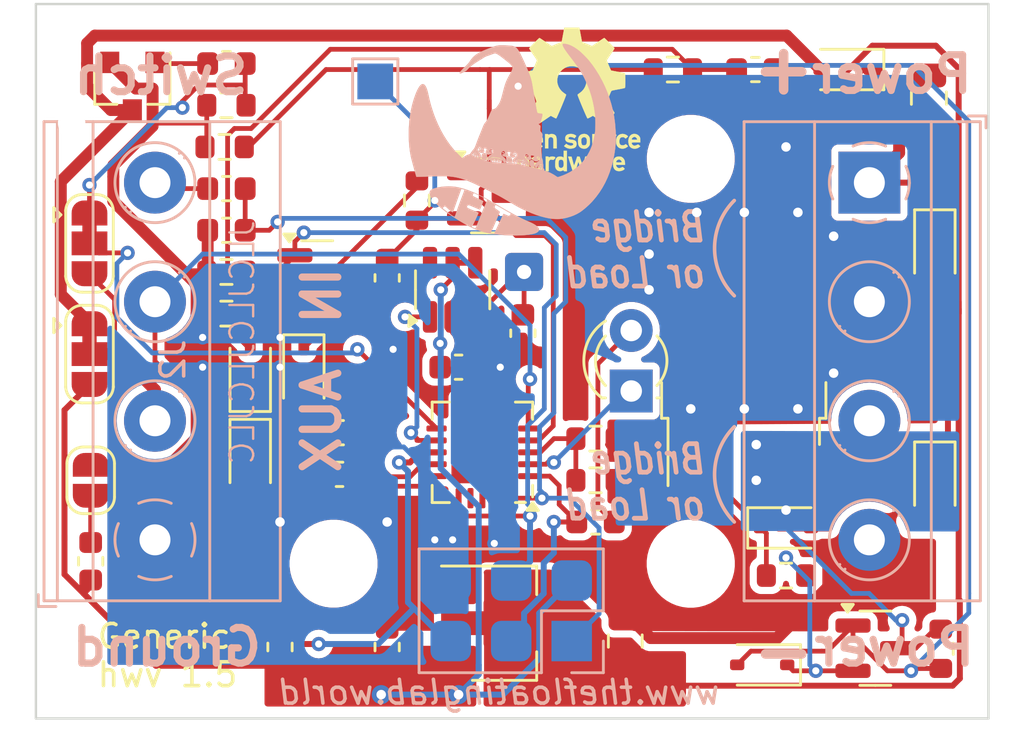
<source format=kicad_pcb>
(kicad_pcb
	(version 20240108)
	(generator "pcbnew")
	(generator_version "8.0")
	(general
		(thickness 1.6)
		(legacy_teardrops no)
	)
	(paper "A4")
	(layers
		(0 "F.Cu" signal)
		(31 "B.Cu" signal)
		(32 "B.Adhes" user "B.Adhesive")
		(33 "F.Adhes" user "F.Adhesive")
		(34 "B.Paste" user)
		(35 "F.Paste" user)
		(36 "B.SilkS" user "B.Silkscreen")
		(37 "F.SilkS" user "F.Silkscreen")
		(38 "B.Mask" user)
		(39 "F.Mask" user)
		(40 "Dwgs.User" user "User.Drawings")
		(41 "Cmts.User" user "User.Comments")
		(42 "Eco1.User" user "User.Eco1")
		(43 "Eco2.User" user "User.Eco2")
		(44 "Edge.Cuts" user)
		(45 "Margin" user)
		(46 "B.CrtYd" user "B.Courtyard")
		(47 "F.CrtYd" user "F.Courtyard")
		(48 "B.Fab" user)
		(49 "F.Fab" user)
	)
	(setup
		(stackup
			(layer "F.SilkS"
				(type "Top Silk Screen")
			)
			(layer "F.Paste"
				(type "Top Solder Paste")
			)
			(layer "F.Mask"
				(type "Top Solder Mask")
				(thickness 0.01)
			)
			(layer "F.Cu"
				(type "copper")
				(thickness 0.035)
			)
			(layer "dielectric 1"
				(type "core")
				(thickness 1.51)
				(material "FR4")
				(epsilon_r 4.5)
				(loss_tangent 0.02)
			)
			(layer "B.Cu"
				(type "copper")
				(thickness 0.035)
			)
			(layer "B.Mask"
				(type "Bottom Solder Mask")
				(thickness 0.01)
			)
			(layer "B.Paste"
				(type "Bottom Solder Paste")
			)
			(layer "B.SilkS"
				(type "Bottom Silk Screen")
			)
			(copper_finish "None")
			(dielectric_constraints no)
		)
		(pad_to_mask_clearance 0)
		(allow_soldermask_bridges_in_footprints no)
		(aux_axis_origin 91.5 105)
		(grid_origin 91.5 105)
		(pcbplotparams
			(layerselection 0x00010fc_ffffffff)
			(plot_on_all_layers_selection 0x0000000_00000000)
			(disableapertmacros no)
			(usegerberextensions yes)
			(usegerberattributes no)
			(usegerberadvancedattributes no)
			(creategerberjobfile no)
			(dashed_line_dash_ratio 12.000000)
			(dashed_line_gap_ratio 3.000000)
			(svgprecision 4)
			(plotframeref no)
			(viasonmask no)
			(mode 1)
			(useauxorigin no)
			(hpglpennumber 1)
			(hpglpenspeed 20)
			(hpglpendiameter 15.000000)
			(pdf_front_fp_property_popups yes)
			(pdf_back_fp_property_popups yes)
			(dxfpolygonmode yes)
			(dxfimperialunits yes)
			(dxfusepcbnewfont yes)
			(psnegative no)
			(psa4output no)
			(plotreference yes)
			(plotvalue yes)
			(plotfptext yes)
			(plotinvisibletext no)
			(sketchpadsonfab no)
			(subtractmaskfromsilk yes)
			(outputformat 1)
			(mirror no)
			(drillshape 0)
			(scaleselection 1)
			(outputdirectory "")
		)
	)
	(net 0 "")
	(net 1 "Net-(D12-A)")
	(net 2 "Net-(D10-A)")
	(net 3 "Net-(J3-Pin_3)")
	(net 4 "Net-(J3-Pin_1)")
	(net 5 "Net-(J3-Pin_5)")
	(net 6 "Net-(J3-Pin_2)")
	(net 7 "Net-(J3-Pin_4)")
	(net 8 "Net-(J2-Pin_4)")
	(net 9 "Net-(J2-Pin_3)")
	(net 10 "Net-(D11-A)")
	(net 11 "Net-(D1-A)")
	(net 12 "Net-(D12-K)")
	(net 13 "Net-(U3-VIN)")
	(net 14 "Net-(D4-A)")
	(net 15 "Net-(Q2-G)")
	(net 16 "Net-(JP2-B)")
	(net 17 "Net-(U1-PA2)")
	(net 18 "Net-(J4-Pin_1)")
	(net 19 "unconnected-(U4-Toggle-Pad6)")
	(net 20 "Net-(Q3-E)")
	(net 21 "Net-(Q3-C)")
	(net 22 "Net-(D3-K)")
	(net 23 "Net-(D5-A)")
	(net 24 "Net-(D6-K)")
	(net 25 "Net-(D5-K)")
	(net 26 "Net-(U1-PA1)")
	(net 27 "Net-(U1-XTAL2{slash}PB1)")
	(net 28 "unconnected-(U1-NC-Pad10)")
	(net 29 "unconnected-(U1-NC-Pad18)")
	(net 30 "Net-(U1-PA7)")
	(net 31 "unconnected-(U1-NC-Pad6)")
	(net 32 "unconnected-(U1-NC-Pad19)")
	(net 33 "Net-(U1-PB2)")
	(net 34 "unconnected-(U1-NC-Pad17)")
	(net 35 "unconnected-(U1-NC-Pad7)")
	(net 36 "Net-(D1-K)")
	(net 37 "Net-(D2-K)")
	(net 38 "Net-(D4-K)")
	(net 39 "Net-(J2-Pin_2)")
	(net 40 "Net-(JP3-A)")
	(net 41 "Net-(JP3-C)")
	(footprint "Capacitor_SMD:C_0805_2012Metric" (layer "F.Cu") (at 76.25 101.75 90))
	(footprint "Capacitor_SMD:C_0603_1608Metric" (layer "F.Cu") (at 66.25 102 90))
	(footprint "Package_TO_SOT_SMD:TO-252-2" (layer "F.Cu") (at 81.225 89.925 90))
	(footprint "Resistor_SMD:R_0603_1608Metric" (layer "F.Cu") (at 61.75 102 90))
	(footprint "Resistor_SMD:R_0603_1608Metric" (layer "F.Cu") (at 53.8 98.4 90))
	(footprint "Resistor_SMD:R_0603_1608Metric" (layer "F.Cu") (at 75 96.75))
	(footprint "Package_TO_SOT_SMD:SOT-89-3" (layer "F.Cu") (at 70.75 101))
	(footprint "MountingHole:MountingHole_3.2mm_M3_DIN965" (layer "F.Cu") (at 79 98.5 180))
	(footprint "MountingHole:MountingHole_3.2mm_M3_DIN965" (layer "F.Cu") (at 79 81.5 180))
	(footprint "MountingHole:MountingHole_3.2mm_M3_DIN965" (layer "F.Cu") (at 64 98.5 180))
	(footprint "MountingHole:MountingHole_3.2mm_M3_DIN965" (layer "F.Cu") (at 64 81.5 180))
	(footprint "Capacitor_SMD:C_0603_1608Metric" (layer "F.Cu") (at 59.5 84.5 180))
	(footprint "Resistor_SMD:R_0603_1608Metric" (layer "F.Cu") (at 81.7125 77.75))
	(footprint "Resistor_SMD:R_0603_1608Metric" (layer "F.Cu") (at 59.5 82.75))
	(footprint "LED_THT:LED_D3.0mm" (layer "F.Cu") (at 76.5 91.25 90))
	(footprint "Package_TO_SOT_SMD:SOT-23" (layer "F.Cu") (at 55.55 78.45 -90))
	(footprint "Resistor_SMD:R_0603_1608Metric" (layer "F.Cu") (at 59.5 77.5))
	(footprint "Diode_SMD:D_SOD-323" (layer "F.Cu") (at 82 102.75 180))
	(footprint "Resistor_SMD:R_0603_1608Metric" (layer "F.Cu") (at 75 95))
	(footprint "Mounting_Wuerth:Tooling hole" (layer "F.Cu") (at 90.25 76.25))
	(footprint "Mounting_Wuerth:Tooling hole" (layer "F.Cu") (at 53 80))
	(footprint "Resistor_SMD:R_0603_1608Metric" (layer "F.Cu") (at 59.5 86.25 180))
	(footprint "Resistor_SMD:R_0603_1608Metric" (layer "F.Cu") (at 89.5 102.075 90))
	(footprint "Diode_SMD:D_SOD-323" (layer "F.Cu") (at 85.5 77.75 180))
	(footprint "Package_TO_SOT_SMD:SOT-23" (layer "F.Cu") (at 63.3125 86.5))
	(footprint "Diode_SMD:D_SOD-323" (layer "F.Cu") (at 60.5 90.5 90))
	(footprint "Capacitor_SMD:C_0603_1608Metric" (layer "F.Cu") (at 64.275 93 180))
	(footprint "Diode_SMD:D_SOD-323" (layer "F.Cu") (at 89.25 95 -90))
	(footprint "Capacitor_SMD:C_0603_1608Metric" (layer "F.Cu") (at 64.25 94.75 180))
	(footprint "Capacitor_SMD:C_0805_2012Metric" (layer "F.Cu") (at 89 78.95 -90))
	(footprint "Jumper:SolderJumper-3_P1.3mm_Bridged12_RoundedPad1.0x1.5mm" (layer "F.Cu") (at 53.75 85.05 -90))
	(footprint "Capacitor_SMD:C_0603_1608Metric" (layer "F.Cu") (at 71.95 88.825 -90))
	(footprint "Capacitor_SMD:C_0603_1608Metric" (layer "F.Cu") (at 69.25 90.25))
	(footprint "Package_TO_SOT_SMD:SOT-23-6" (layer "F.Cu") (at 69 87 90))
	(footprint "Mounting_Wuerth:Tooling hole" (layer "F.Cu") (at 53 103.5))
	(footprint "Jumper:SolderJumper-3_P1.3mm_Bridged12_RoundedPad1.0x1.5mm" (layer "F.Cu") (at 53.75 89.7 -90))
	(footprint "Jumper:SolderJumper-2_P1.3mm_Open_RoundedPad1.0x1.5mm" (layer "F.Cu") (at 53.8 95 -90))
	(footprint "Resistor_SMD:R_0603_1608Metric" (layer "F.Cu") (at 67.5 83.25 -90))
	(footprint "Diode_SMD:D_SOD-323" (layer "F.Cu") (at 83 97))
	(footprint "Symbol:OSHW-Logo_5.7x6mm_SilkScreen"
		(layer "F.Cu")
		(uuid "92663bd1-15ef-4757-b23a-2f8b6c7d6d31")
		(at 74 79)
		(descr "Open Source Hardware Logo")
		(tags "Logo OSHW")
		(property "Reference" "REF**"
			(at 0 0 0)
			(layer "F.SilkS")
			(hide yes)
			(uuid "80db592a-2aee-4cfa-82cb-0ebd59b1333b")
			(effects
				(font
					(size 1 1)
					(thickness 0.15)
				)
			)
		)
		(property "Value" "OSHW-Logo_5.7x6mm_SilkScreen"
			(at 0.75 0 0)
			(layer "F.Fab")
			(hide yes)
			(uuid "ade8c28d-0d74-4ef5-bcfe-8111757fbfde")
			(effects
				(font
					(size 1 1)
					(thickness 0.15)
				)
			)
		)
		(property "Footprint" "Symbol:OSHW-Logo_5.7x6mm_SilkScreen"
			(at 0 0 0)
			(unlocked yes)
			(layer "F.Fab")
			(hide yes)
			(uuid "81420abc-84d5-40ba-a693-4dea55dd9453")
			(effects
				(font
					(size 1.27 1.27)
					(thickness 0.15)
				)
			)
		)
		(property "Datasheet" ""
			(at 0 0 0)
			(unlocked yes)
			(layer "F.Fab")
			(hide yes)
			(uuid "ecfbc3ee-c312-4478-bb85-2c59bc5f5305")
			(effects
				(font
					(size 1.27 1.27)
					(thickness 0.15)
				)
			)
		)
		(property "Description" ""
			(at 0 0 0)
			(unlocked yes)
			(layer "F.Fab")
			(hide yes)
			(uuid "e132fd42-facc-42b0-9aab-7c195e6a08d9")
			(effects
				(font
					(size 1.27 1.27)
					(thickness 0.15)
				)
			)
		)
		(attr exclude_from_pos_files exclude_from_bom)
		(fp_poly
			(pts
				(xy 1.79946 1.45803) (xy 1.842711 1.471245) (xy 1.870558 1.487941) (xy 1.879629 1.501145) (xy 1.877132 1.516797)
				(xy 1.860931 1.541385) (xy 1.847232 1.5588) (xy 1.818992 1.590283) (xy 1.797775 1.603529) (xy 1.779688 1.602664)
				(xy 1.726035 1.58901) (xy 1.68663 1.58963) (xy 1.654632 1.605104) (xy 1.64389 1.614161) (xy 1.609505 1.646027)
				(xy 1.609505 2.062179) (xy 1.471188 2.062179) (xy 1.471188 1.458614) (xy 1.540347 1.458614) (xy 1.581869 1.460256)
				(xy 1.603291 1.466087) (xy 1.609502 1.477461) (xy 1.609505 1.477798) (xy 1.612439 1.489713) (xy 1.625704 1.488159)
				(xy 1.644084 1.479563) (xy 1.682046 1.463568) (xy 1.712872 1.453945) (xy 1.752536 1.451478) (xy 1.79946 1.45803)
			)
			(stroke
				(width 0.01)
				(type solid)
			)
			(fill solid)
			(layer "F.SilkS")
			(uuid "8e36c753-9fdd-430e-9239-2c27d8d71fc2")
		)
		(fp_poly
			(pts
				(xy 1.635255 2.401486) (xy 1.683595 2.411015) (xy 1.711114 2.425125) (xy 1.740064 2.448568) (xy 1.698876 2.500571)
				(xy 1.673482 2.532064) (xy 1.656238 2.547428) (xy 1.639102 2.549776) (xy 1.614027 2.542217) (xy 1.602257 2.537941)
				(xy 1.55427 2.531631) (xy 1.510324 2.545156) (xy 1.47806 2.57571) (xy 1.472819 2.585452) (xy 1.467112 2.611258)
				(xy 1.462706 2.658817) (xy 1.459811 2.724758) (xy 1.458631 2.80571) (xy 1.458614 2.817226) (xy 1.458614 3.017822)
				(xy 1.320297 3.017822) (xy 1.320297 2.401683) (xy 1.389456 2.401683) (xy 1.429333 2.402725) (xy 1.450107 2.407358)
				(xy 1.457789 2.417849) (xy 1.458614 2.427745) (xy 1.458614 2.453806) (xy 1.491745 2.427745) (xy 1.529735 2.409965)
				(xy 1.58077 2.401174) (xy 1.635255 2.401486)
			)
			(stroke
				(width 0.01)
				(type solid)
			)
			(fill solid)
			(layer "F.SilkS")
			(uuid "c3a8f45c-7713-4051-bb49-3ac791e60f66")
		)
		(fp_poly
			(pts
				(xy -0.993356 2.40302) (xy -0.974539 2.40866) (xy -0.968473 2.421053) (xy -0.968218 2.426647) (xy -0.967129 2.44223)
				(xy -0.959632 2.444676) (xy -0.939381 2.433993) (xy -0.927351 2.426694) (xy -0.8894 2.411063) (xy -0.844072 2.403334)
				(xy -0.796544 2.40274) (xy -0.751995 2.408513) (xy -0.715602 2.419884) (xy -0.692543 2.436088) (xy -0.687996 2.456355)
				(xy -0.690291 2.461843) (xy -0.70702 2.484626) (xy -0.732963 2.512647) (xy -0.737655 2.517177) (xy -0.762383 2.538005)
				(xy -0.783718 2.544735) (xy -0.813555 2.540038) (xy -0.825508 2.536917) (xy -0.862705 2.529421)
				(xy -0.888859 2.532792) (xy -0.910946 2.544681) (xy -0.931178 2.560635) (xy -0.946079 2.5807) (xy -0.956434 2.608702)
				(xy -0.963029 2.648467) (xy -0.966649 2.703823) (xy -0.968078 2.778594) (xy -0.968218 2.82374) (xy -0.968218 3.017822)
				(xy -1.09396 3.017822) (xy -1.09396 2.401683) (xy -1.031089 2.401683) (xy -0.993356 2.40302)
			)
			(stroke
				(width 0.01)
				(type solid)
			)
			(fill solid)
			(layer "F.SilkS")
			(uuid "3297a1e2-b9ea-48a6-9a8d-8f82c97677ec")
		)
		(fp_poly
			(pts
				(xy 0.993367 1.654342) (xy 0.994555 1.746563) (xy 0.998897 1.81661) (xy 1.007558 1.867381) (xy 1.021704 1.901772)
				(xy 1.0425 1.922679) (xy 1.07111 1.933) (xy 1.106535 1.935636) (xy 1.143636 1.932682) (xy 1.171818 1.921889)
				(xy 1.192243 1.90036) (xy 1.206079 1.865199) (xy 1.214491 1.81351) (xy 1.218643 1.742394) (xy 1.219703 1.654342)
				(xy 1.219703 1.458614) (xy 1.35802 1.458614) (xy 1.35802 2.062179) (xy 1.288862 2.062179) (xy 1.24717 2.060489)
				(xy 1.225701 2.054556) (xy 1.219703 2.043293) (xy 1.216091 2.033261) (xy 1.201714 2.035383) (xy 1.172736 2.04958)
				(xy 1.106319 2.07148) (xy 1.035875 2.069928) (xy 0.968377 2.046147) (xy 0.936233 2.027362) (xy 0.911715 2.007022)
				(xy 0.893804 1.981573) (xy 0.881479 1.947458) (xy 0.873723 1.901121) (xy 0.869516 1.839007) (xy 0.86784 1.757561)
				(xy 0.867624 1.694578) (xy 0.867624 1.458614) (xy 0.993367 1.458614) (xy 0.993367 1.654342)
			)
			(stroke
				(width 0.01)
				(type solid)
			)
			(fill solid)
			(layer "F.SilkS")
			(uuid "bc8742de-8d4c-4bd9-b5af-e69e40e70d05")
		)
		(fp_poly
			(pts
				(xy -0.754012 1.469002) (xy -0.722717 1.48395) (xy -0.692409 1.505541) (xy -0.669318 1.530391) (xy -0.6525 1.562087)
				(xy -0.641006 1.604214) (xy -0.633891 1.660358) (xy -0.630207 1.734106) (xy -0.629008 1.829044)
				(xy -0.628989 1.838985) (xy -0.628713 2.062179) (xy -0.76703 2.062179) (xy -0.76703 1.856418) (xy -0.767128 1.780189)
				(xy -0.767809 1.724939) (xy -0.769651 1.686501) (xy -0.773233 1.660706) (xy -0.779132 1.643384)
				(xy -0.787927 1.630368) (xy -0.80018 1.617507) (xy -0.843047 1.589873) (xy -0.889843 1.584745) (xy -0.934424 1.602217)
				(xy -0.949928 1.615221) (xy -0.96131 1.627447) (xy -0.969481 1.64054) (xy -0.974974 1.658615) (xy -0.97832 1.685787)
				(xy -0.980051 1.72617) (xy -0.980697 1.783879) (xy -0.980792 1.854132) (xy -0.980792 2.062179) (xy -1.119109 2.062179)
				(xy -1.119109 1.458614) (xy -1.04995 1.458614) (xy -1.008428 1.460256) (xy -0.987006 1.466087) (xy -0.980795 1.477461)
				(xy -0.980792 1.477798) (xy -0.97791 1.488938) (xy -0.965199 1.487674) (xy -0.939926 1.475434) (xy -0.882605 1.457424)
				(xy -0.817037 1.455421) (xy -0.754012 1.469002)
			)
			(stroke
				(width 0.01)
				(type solid)
			)
			(fill solid)
			(layer "F.SilkS")
			(uuid "3109df12-c65b-456f-974d-72eff6d9396e")
		)
		(fp_poly
			(pts
				(xy 2.217226 1.46388) (xy 2.29008 1.49483) (xy 2.313027 1.509895) (xy 2.342354 1.533048) (xy 2.360764 1.551253)
				(xy 2.363961 1.557183) (xy 2.354935 1.57034) (xy 2.331837 1.592667) (xy 2.313344 1.60825) (xy 2.262728 1.648926)
				(xy 2.22276 1.615295) (xy 2.191874 1.593584) (xy 2.161759 1.58609) (xy 2.127292 1.58792) (xy 2.072561 1.601528)
				(xy 2.034886 1.629772) (xy 2.011991 1.675433) (xy 2.001597 1.741289) (xy 2.001595 1.741331) (xy 2.002494 1.814939)
				(xy 2.016463 1.868946) (xy 2.044328 1.905716) (xy 2.063325 1.918168) (xy 2.113776 1.933673) (xy 2.167663 1.933683)
				(xy 2.214546 1.918638) (xy 2.225644 1.911287) (xy 2.253476 1.892511) (xy 2.275236 1.889434) (xy 2.298704 1.903409)
				(xy 2.324649 1.92851) (xy 2.365716 1.97088) (xy 2.320121 2.008464) (xy 2.249674 2.050882) (xy 2.170233 2.071785)
				(xy 2.087215 2.070272) (xy 2.032694 2.056411) (xy 1.96897 2.022135) (xy 1.918005 1.968212) (xy 1.894851 1.930149)
				(xy 1.876099 1.875536) (xy 1.866715 1.806369) (xy 1.866643 1.731407) (xy 1.875824 1.659409) (xy 1.894199 1.599137)
				(xy 1.897093 1.592958) (xy 1.939952 1.532351) (xy 1.997979 1.488224) (xy 2.066591 1.461493) (xy 2.141201 1.453073)
				(xy 2.217226 1.46388)
			)
			(stroke
				(width 0.01)
				(type solid)
			)
			(fill solid)
			(layer "F.SilkS")
			(uuid "7dba9616-2052-4ec7-9135-485fa5fa2224")
		)
		(fp_poly
			(pts
				(xy 0.610762 1.466055) (xy 0.674363 1.500692) (xy 0.724123 1.555372) (xy 0.747568 1.599842) (xy 0.757634 1.639121)
				(xy 0.764156 1.695116) (xy 0.766951 1.759621) (xy 0.765836 1.824429) (xy 0.760626 1.881334) (xy 0.754541 1.911727)
				(xy 0.734014 1.953306) (xy 0.698463 1.997468) (xy 0.655619 2.036087) (xy 0.613211 2.061034) (xy 0.612177 2.06143)
				(xy 0.559553 2.072331) (xy 0.497188 2.072601) (xy 0.437924 2.062676) (xy 0.41504 2.054722) (xy 0.356102 2.0213)
				(xy 0.31389 1.977511) (xy 0.286156 1.919538) (xy 0.270651 1.843565) (xy 0.267143 1.803771) (xy 0.26759 1.753766)
				(xy 0.402376 1.753766) (xy 0.406917 1.826732) (xy 0.419986 1.882334) (xy 0.440756 1.917861) (xy 0.455552 1.92802)
				(xy 0.493464 1.935104) (xy 0.538527 1.933007) (xy 0.577487 1.922812) (xy 0.587704 1.917204) (xy 0.614659 1.884538)
				(xy 0.632451 1.834545) (xy 0.640024 1.773705) (xy 0.636325 1.708497) (xy 0.628057 1.669253) (xy 0.60432 1.623805)
				(xy 0.566849 1.595396) (xy 0.52172 1.585573) (xy 0.475011 1.595887) (xy 0.439132 1.621112) (xy 0.420277 1.641925)
				(xy 0.409272 1.662439) (xy 0.404026 1.690203) (xy 0.402449 1.732762) (xy 0.402376 1.753766) (xy 0.26759 1.753766)
				(xy 0.268094 1.69758) (xy 0.285388 1.610501) (xy 0.319029 1.54253) (xy 0.369018 1.493664) (xy 0.435356 1.463899)
				(xy 0.449601 1.460448) (xy 0.53521 1.452345) (xy 0.610762 1.466055)
			)
			(stroke
				(width 0.01)
				(type solid)
			)
			(fill solid)
			(layer "F.SilkS")
			(uuid "f52e9598-f060-41ce-99cf-730d9d4beee0")
		)
		(fp_poly
			(pts
				(xy 0.281524 2.404237) (xy 0.331255 2.407971) (xy 0.461291 2.797773) (xy 0.481678 2.728614) (xy 0.493946 2.685874)
				(xy 0.510085 2.628115) (xy 0.527512 2.564625) (xy 0.536726 2.53057) (xy 0.571388 2.401683) (xy 0.714391 2.401683)
				(xy 0.671646 2.536857) (xy 0.650596 2.603342) (xy 0.625167 2.683539) (xy 0.59861 2.767193) (xy 0.574902 2.841782)
				(xy 0.520902 3.011535) (xy 0.462598 3.015328) (xy 0.404295 3.019122) (xy 0.372679 2.914734) (xy 0.353182 2.849889)
				(xy 0.331904 2.7784) (xy 0.313308 2.715263) (xy 0.312574 2.71275) (xy 0.298684 2.669969) (xy 0.286429 2.640779)
				(xy 0.277846 2.629741) (xy 0.276082 2.631018) (xy 0.269891 2.64813) (xy 0.258128 2.684787) (xy 0.242225 2.736378)
				(xy 0.223614 2.798294) (xy 0.213543 2.832352) (xy 0.159007 3.017822) (xy 0.043264 3.017822) (xy -0.049263 2.725471)
				(xy -0.075256 2.643462) (xy -0.098934 2.568987) (xy -0.11918 2.505544) (xy -0.134874 2.456632) (xy -0.144898 2.425749)
				(xy -0.147945 2.416726) (xy -0.145533 2.407487) (xy -0.126592 2.403441) (xy -0.087177 2.403846)
				(xy -0.081007 2.404152) (xy -0.007914 2.407971) (xy 0.039957 2.58401) (xy 0.057553 2.648211) (xy 0.073277 2.704649)
				(xy 0.085746 2.748422) (xy 0.093574 2.77463) (xy 0.09502 2.778903) (xy 0.101014 2.77399) (xy 0.113101 2.748532)
				(xy 0.129893 2.705997) (xy 0.150003 2.64985) (xy 0.167003 2.59913) (xy 0.231794 2.400504) (xy 0.281524 2.404237)
			)
			(stroke
				(width 0.01)
				(type solid)
			)
			(fill solid)
			(layer "F.SilkS")
			(uuid "4a069e53-1b4e-470e-b35b-f1a960e80d10")
		)
		(fp_poly
			(pts
				(xy -2.538261 1.465148) (xy -2.472479 1.494231) (xy -2.42254 1.542793) (xy -2.388374 1.610908) (xy -2.369907 1.698651)
				(xy -2.368583 1.712351) (xy -2.367546 1.808939) (xy -2.380993 1.893602) (xy -2.408108 1.962221)
				(xy -2.422627 1.984294) (xy -2.473201 2.031011) (xy -2.537609 2.061268) (xy -2.609666 2.073824)
				(xy -2.683185 2.067439) (xy -2.739072 2.047772) (xy -2.787132 2.014629) (xy -2.826412 1.971175)
				(xy -2.827092 1.970158) (xy -2.843044 1.943338) (xy -2.85341 1.916368) (xy -2.859688 1.882332) (xy -2.863373 1.83431)
				(xy -2.864997 1.794931) (xy -2.865672 1.759219) (xy -2.739955 1.759219) (xy -2.738726 1.79477) (xy -2.734266 1.842094)
				(xy -2.726397 1.872465) (xy -2.712207 1.894072) (xy -2.698917 1.906694) (xy -2.651802 1.933122)
				(xy -2.602505 1.936653) (xy -2.556593 1.917639) (xy -2.533638 1.896331) (xy -2.517096 1.874859)
				(xy -2.507421 1.854313) (xy -2.503174 1.827574) (xy -2.50292 1.787523) (xy -2.504228 1.750638) (xy -2.507043 1.697947)
				(xy -2.511505 1.663772) (xy -2.519548 1.64148) (xy -2.533103 1.624442) (xy -2.543845 1.614703) (xy -2.588777 1.589123)
				(xy -2.637249 1.587847) (xy -2.677894 1.602999) (xy -2.712567 1.634642) (xy -2.733224 1.68662) (xy -2.739955 1.759219)
				(xy -2.865672 1.759219) (xy -2.866479 1.716621) (xy -2.863948 1.658056) (xy -2.856362 1.614007)
				(xy -2.842681 1.579248) (xy -2.821865 1.548551) (xy -2.814147 1.539436) (xy -2.765889 1.494021)
				(xy -2.714128 1.467493) (xy -2.650828 1.456379) (xy -2.619961 1.455471) (xy -2.538261 1.465148)
			)
			(stroke
				(width 0.01)
				(type solid)
			)
			(fill solid)
			(layer "F.SilkS")
			(uuid "ca074c47-901a-4894-b86d-cf1ad80672a3")
		)
		(fp_poly
			(pts
				(xy -0.201188 3.017822) (xy -0.270346 3.017822) (xy -0.310488 3.016645) (xy -0.331394 3.011772)
				(xy -0.338922 3.001186) (xy -0.339505 2.994029) (xy -0.340774 2.979676) (xy -0.348779 2.976923)
				(xy -0.369815 2.985771) (xy -0.386173 2.994029) (xy -0.448977 3.013597) (xy -0.517248 3.014729)
				(xy -0.572752 3.000135) (xy -0.624438 2.964877) (xy -0.663838 2.912835) (xy -0.685413 2.85145) (xy -0.685962 2.848018)
				(xy -0.689167 2.810571) (xy -0.690761 2.756813) (xy -0.690633 2.716155) (xy -0.553279 2.716155)
				(xy -0.550097 2.770194) (xy -0.542859 2.814735) (xy -0.53306 2.839888) (xy -0.495989 2.87426) (xy -0.451974 2.886582)
				(xy -0.406584 2.876618) (xy -0.367797 2.846895) (xy -0.353108 2.826905) (xy -0.344519 2.80305) (xy -0.340496 2.76823)
				(xy -0.339505 2.71593) (xy -0.341278 2.664139) (xy -0.345963 2.618634) (xy -0.352603 2.588181) (xy -0.35371 2.585452)
				(xy -0.380491 2.553) (xy -0.419579 2.535183) (xy -0.463315 2.532306) (xy -0.504038 2.544674) (xy -0.534087 2.572593)
				(xy -0.537204 2.578148) (xy -0.546961 2.612022) (xy -0.552277 2.660728) (xy -0.553279 2.716155)
				(xy -0.690633 2.716155) (xy -0.690568 2.69554) (xy -0.689664 2.662563) (xy -0.683514 2.580981) (xy -0.670733 2.51973)
				(xy -0.649471 2.474449) (xy -0.617878 2.440779) (xy -0.587207 2.421014) (xy -0.544354 2.40712) (xy -0.491056 2.402354)
				(xy -0.43648 2.406236) (xy -0.389792 2.418282) (xy -0.365124 2.432693) (xy -0.339505 2.455878) (xy -0.339505 2.162773)
				(xy -0.201188 2.162773) (xy -0.201188 3.017822)
			)
			(stroke
				(width 0.01)
				(type solid)
			)
			(fill solid)
			(layer "F.SilkS")
			(uuid "65bcd829-7842-4914-8a28-8437002434c5")
		)
		(fp_poly
			(pts
				(xy 2.677898 1.456457) (xy 2.710096 1.464279) (xy 2.771825 1.492921) (xy 2.82461 1.536667) (xy 2.861141 1.589117)
				(xy 2.86616 1.600893) (xy 2.873045 1.63174) (xy 2.877864 1.677371) (xy 2.879505 1.723492) (xy 2.879505 1.810693)
				(xy 2.697178 1.810693) (xy 2.621979 1.810978) (xy 2.569003 1.812704) (xy 2.535325 1.817181) (xy 2.51802 1.82572)
				(xy 2.514163 1.83963) (xy 2.520829 1.860222) (xy 2.53277 1.884315) (xy 2.56608 1.924525) (xy 2.612368 1.944558)
				(xy 2.668944 1.943905) (xy 2.733031 1.922101) (xy 2.788417 1.895193) (xy 2.834375 1.931532) (xy 2.880333 1.967872)
				(xy 2.837096 2.007819) (xy 2.779374 2.045563) (xy 2.708386 2.06832) (xy 2.632029 2.074688) (xy 2.558199 2.063268)
				(xy 2.546287 2.059393) (xy 2.481399 2.025506) (xy 2.43313 1.974986) (xy 2.400465 1.906325) (xy 2.382385 1.818014)
				(xy 2.382175 1.816121) (xy 2.380556 1.719878) (xy 2.3871 1.685542) (xy 2.514852 1.685542) (xy 2.526584 1.690822)
				(xy 2.558438 1.694867) (xy 2.605397 1.697176) (xy 2.635154 1.697525) (xy 2.690648 1.697306) (xy 2.725346 1.695916)
				(xy 2.743601 1.692251) (xy 2.749766 1.68521) (xy 2.748195 1.67369) (xy 2.746878 1.669233) (xy 2.724382 1.627355)
				(xy 2.689003 1.593604) (xy 2.65778 1.578773) (xy 2.616301 1.579668) (xy 2.574269 1.598164) (xy 2.539012 1.628786)
				(xy 2.517854 1.666062) (xy 2.514852 1.685542) (xy 2.3871 1.685542) (xy 2.39669 1.635229) (xy 2.428698 1.564191)
				(xy 2.474701 1.508779) (xy 2.532821 1.471009) (xy 2.60118 1.452896) (xy 2.677898 1.456457)
			)
			(stroke
				(width 0.01)
				(type solid)
			)
			(fill solid)
			(layer "F.SilkS")
			(uuid "e07b6e26-4ffa-4fe9-830e-99d09786f543")
		)
		(fp_poly
			(pts
				(xy 0.014017 1.456452) (xy 0.061634 1.465482) (xy 0.111034 1.48437) (xy 0.116312 1.486777) (xy 0.153774 1.506476)
				(xy 0.179717 1.524781) (xy 0.188103 1.536508) (xy 0.180117 1.555632) (xy 0.16072 1.58385) (xy 0.15211 1.594384)
				(xy 0.116628 1.635847) (xy 0.070885 1.608858) (xy 0.02735 1.590878) (xy -0.02295 1.581267) (xy -0.071188 1.58066)
				(xy -0.108533 1.589691) (xy -0.117495 1.595327) (xy -0.134563 1.621171) (xy -0.136637 1.650941)
				(xy -0.123866 1.674197) (xy -0.116312 1.678708) (xy -0.093675 1.684309) (xy -0.053885 1.690892)
				(xy -0.004834 1.697183) (xy 0.004215 1.69817) (xy 0.082996 1.711798) (xy 0.140136 1.734946) (xy 0.17803 1.769752)
				(xy 0.199079 1.818354) (xy 0.205635 1.877718) (xy 0.196577 1.945198) (xy 0.167164 1.998188) (xy 0.117278 2.036783)
				(xy 0.0468 2.061081) (xy -0.031435 2.070667) (xy -0.095234 2.070552) (xy -0.146984 2.061845) (xy -0.182327 2.049825)
				(xy -0.226983 2.02888) (xy -0.268253 2.004574) (xy -0.282921 1.993876) (xy -0.320643 1.963084) (xy -0.275148 1.917049)
				(xy -0.229653 1.871013) (xy -0.177928 1.905243) (xy -0.126048 1.930952) (xy -0.070649 1.944399)
				(xy -0.017395 1.945818) (xy 0.028049 1.935443) (xy 0.060016 1.913507) (xy 0.070338 1.894998) (xy 0.068789 1.865314)
				(xy 0.04314 1.842615) (xy -0.00654 1.82694) (xy -0.060969 1.819695) (xy -0.144736 1.805873) (xy -0.206967 1.779796)
				(xy -0.248493 1.740699) (xy -0.270147 1.68782) (xy -0.273147 1.625126) (xy -0.258329 1.559642) (xy -0.224546 1.510144)
				(xy -0.171495 1.476408) (xy -0.098874 1.458207) (xy -0.045072 1.454639) (xy 0.014017 1.456452)
			)
			(stroke
				(width 0.01)
				(type solid)
			)
			(fill solid)
			(layer "F.SilkS")
			(uuid "2553cf99-28a8-449a-a467-81fb70e5271b")
		)
		(fp_poly
			(pts
				(xy 2.032581 2.40497) (xy 2.092685 2.420597) (xy 2.143021 2.452848) (xy 2.167393 2.47694) (xy 2.207345 2.533895)
				(xy 2.230242 2.599965) (xy 2.238108 2.681182) (xy 2.238148 2.687748) (xy 2.238218 2.753763) (xy 1.858264 2.753763)
				(xy 1.866363 2.788342) (xy 1.880987 2.819659) (xy 1.906581 2.852291) (xy 1.911935 2.8575) (xy 1.957943 2.885694)
				(xy 2.01041 2.890475) (xy 2.070803 2.871926) (xy 2.08104 2.866931) (xy 2.112439 2.851745) (xy 2.13347 2.843094)
				(xy 2.137139 2.842293) (xy 2.149948 2.850063) (xy 2.174378 2.869072) (xy 2.186779 2.87946) (xy 2.212476 2.903321)
				(xy 2.220915 2.919077) (xy 2.215058 2.933571) (xy 2.211928 2.937534) (xy 2.190725 2.954879) (xy 2.155738 2.975959)
				(xy 2.131337 2.988265) (xy 2.062072 3.009946) (xy 1.985388 3.016971) (xy 1.912765 3.008647) (xy 1.892426 3.002686)
				(xy 1.829476 2.968952) (xy 1.782815 2.917045) (xy 1.752173 2.846459) (xy 1.737282 2.756692) (xy 1.735647 2.709753)
				(xy 1.740421 2.641413) (xy 1.86099 2.641413) (xy 1.872652 2.646465) (xy 1.903998 2.650429) (xy 1.949571 2.652768)
				(xy 1.980446 2.653169) (xy 2.035981 2.652783) (xy 2.071033 2.650975) (xy 2.090262 2.646773) (xy 2.09833 2.639203)
				(xy 2.099901 2.628218) (xy 2.089121 2.594381) (xy 2.06198 2.56094) (xy 2.026277 2.535272) (xy 1.99056 2.524772)
				(xy 1.942048 2.534086) (xy 1.900053 2.561013) (xy 1.870936 2.599827) (xy 1.86099 2.641413) (xy 1.740421 2.641413)
				(xy 1.742599 2.610236) (xy 1.764055 2.530949) (xy 1.80047 2.471263) (xy 1.852297 2.430549) (xy 1.91999 2.408179)
				(xy 1.956662 2.403871) (xy 2.032581 2.40497)
			)
			(stroke
				(width 0.01)
				(type solid)
			)
			(fill solid)
			(layer "F.SilkS")
			(uuid "8c0f3adb-222e
... [349614 chars truncated]
</source>
